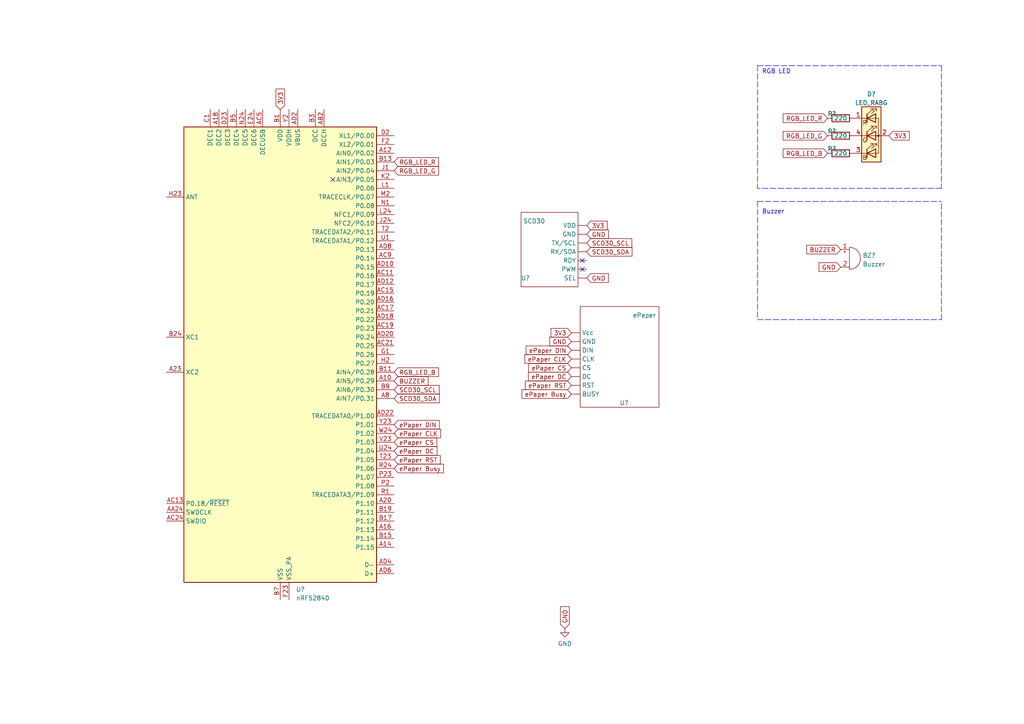
<source format=kicad_sch>
(kicad_sch (version 20211123) (generator eeschema)
  (paper "A4")
  (title_block (title "nrf52840 CO2 Sensor") (rev "v1"))
  (lib_symbols
    (symbol "Device:Buzzer" (pin_names (offset 0.0254) hide)
      (property "Reference" "BZ" (at 3.81 1.27 0))
      (property "Value" "Buzzer" (at 3.81 -1.27 0))
      (symbol "Buzzer_0_1"
        (arc (start 0 -3.175) (mid 3.175 0) (end 0 3.175))
        (polyline (pts (xy -1.651 1.905) (xy -1.143 1.905)))
        (polyline (pts (xy -1.397 2.159) (xy -1.397 1.651)))
        (polyline (pts (xy 0 3.175) (xy 0 -3.175)))
      )
      (symbol "Buzzer_1_1"
        (pin passive line (at -2.54 2.54 0) (length 2.54) (name "-") (number "1"))
        (pin passive line (at -2.54 -2.54 0) (length 2.54) (name "+") (number "2"))
      )
    )
    (symbol "Device:LED_RABG" (pin_names (offset 0) hide)
      (property "Reference" "D" (at 0 9.398 0))
      (property "Value" "LED_RABG" (at 0 -8.89 0))
      (symbol "LED_RABG_0_0"
        (text "B" (at -1.905 -6.35 0) (effects (font (size 1.27 1.27))))
        (text "G" (at -1.905 -1.27 0) (effects (font (size 1.27 1.27))))
        (text "R" (at -1.905 3.81 0) (effects (font (size 1.27 1.27))))
      )
      (symbol "LED_RABG_0_1"
        (polyline (pts (xy -1.27 -5.08) (xy -2.54 -5.08)))
        (polyline (pts (xy -1.27 -5.08) (xy 1.27 -5.08)))
        (polyline (pts (xy -1.27 -3.81) (xy -1.27 -6.35)) (stroke (width 0.254)))
        (polyline (pts (xy -1.27 0) (xy -2.54 0)))
        (polyline (pts (xy -1.27 1.27) (xy -1.27 -1.27)) (stroke (width 0.254)))
        (polyline (pts (xy -1.27 5.08) (xy -2.54 5.08)))
        (polyline (pts (xy -1.27 5.08) (xy 1.27 5.08)))
        (polyline (pts (xy -1.27 6.35) (xy -1.27 3.81)) (stroke (width 0.254)))
        (polyline (pts (xy 1.27 0) (xy -1.27 0)))
        (polyline (pts (xy 1.27 0) (xy 2.54 0)))
        (polyline (pts (xy -1.27 1.27) (xy -1.27 -1.27) (xy -1.27 -1.27)))
        (polyline (pts (xy -1.27 6.35) (xy -1.27 3.81) (xy -1.27 3.81)))
        (polyline (pts (xy 1.27 -5.08) (xy 2.032 -5.08) (xy 2.032 5.08) (xy 1.27 5.08)))
        (polyline (pts (xy 1.27 -3.81) (xy 1.27 -6.35) (xy -1.27 -5.08) (xy 1.27 -3.81)) (stroke (width 0.254)))
        (polyline (pts (xy 1.27 1.27) (xy 1.27 -1.27) (xy -1.27 0) (xy 1.27 1.27)) (stroke (width 0.254)))
        (polyline (pts (xy 1.27 6.35) (xy 1.27 3.81) (xy -1.27 5.08) (xy 1.27 6.35)) (stroke (width 0.254)))
        (polyline (pts (xy -1.016 -3.81) (xy 0.508 -2.286) (xy -0.254 -2.286) (xy 0.508 -2.286) (xy 0.508 -3.048)))
        (polyline (pts (xy -1.016 1.27) (xy 0.508 2.794) (xy -0.254 2.794) (xy 0.508 2.794) (xy 0.508 2.032)))
        (polyline (pts (xy -1.016 6.35) (xy 0.508 7.874) (xy -0.254 7.874) (xy 0.508 7.874) (xy 0.508 7.112)))
        (polyline (pts (xy 0 -3.81) (xy 1.524 -2.286) (xy 0.762 -2.286) (xy 1.524 -2.286) (xy 1.524 -3.048)))
        (polyline (pts (xy 0 1.27) (xy 1.524 2.794) (xy 0.762 2.794) (xy 1.524 2.794) (xy 1.524 2.032)))
        (polyline (pts (xy 0 6.35) (xy 1.524 7.874) (xy 0.762 7.874) (xy 1.524 7.874) (xy 1.524 7.112)))
        (rectangle (start 1.27 -1.27) (end 1.27 1.27))
        (rectangle (start 1.27 1.27) (end 1.27 1.27))
        (rectangle (start 1.27 3.81) (end 1.27 6.35))
        (rectangle (start 1.27 6.35) (end 1.27 6.35))
        (circle (center 2.032 0) (radius 0.254) (fill (type outline)))
        (rectangle (start 2.794 8.382) (end -2.794 -7.62) (stroke (width 0.254)) (fill (type background)))
      )
      (symbol "LED_RABG_1_1"
        (pin passive line (at -5.08 5.08 0) (length 2.54) (name "RK") (number "1"))
        (pin passive line (at 5.08 0 180) (length 2.54) (name "A") (number "2"))
        (pin passive line (at -5.08 -5.08 0) (length 2.54) (name "BK") (number "3"))
        (pin passive line (at -5.08 0 0) (length 2.54) (name "GK") (number "4"))
      )
    )
    (symbol "Device:R" (pin_numbers hide) (pin_names (offset 0))
      (property "Reference" "R" (at 2.032 0 90))
      (property "Value" "R" (at 0 0 90))
      (symbol "R_0_1"
        (rectangle (start -1.016 -2.54) (end 1.016 2.54) (stroke (width 0.254)))
      )
      (symbol "R_1_1"
        (pin passive line (at 0 3.81 270) (length 1.27) (name "~") (number "1"))
        (pin passive line (at 0 -3.81 90) (length 1.27) (name "~") (number "2"))
      )
    )
    (symbol "MCU_Nordic:nRF52840"
      (property "Reference" "U" (at 0 5.08 0))
      (property "Value" "nRF52840" (at 0 2.54 0))
      (symbol "nRF52840_0_1"
        (rectangle (start -27.94 66.04) (end 27.94 -66.04) (stroke (width 0.254)) (fill (type background)))
      )
      (symbol "nRF52840_1_1"
        (pin bidirectional line (at 33.02 -7.62 180) (length 5.08) (name "AIN5/P0.29") (number "A10"))
        (pin bidirectional line (at 33.02 58.42 180) (length 5.08) (name "AIN0/P0.02") (number "A12"))
        (pin bidirectional line (at 33.02 -55.88 180) (length 5.08) (name "P1.15") (number "A14"))
        (pin bidirectional line (at 33.02 -50.8 180) (length 5.08) (name "P1.13") (number "A16"))
        (pin passive line (at -17.78 71.12 270) (length 5.08) (name "DEC2") (number "A18"))
        (pin bidirectional line (at 33.02 -43.18 180) (length 5.08) (name "P1.10") (number "A20"))
        (pin passive line (at 0 71.12 270) (length 5.08) hide (name "VDD") (number "A22"))
        (pin input line (at -33.02 -5.08 0) (length 5.08) (name "XC2") (number "A23"))
        (pin bidirectional line (at 33.02 -12.7 180) (length 5.08) (name "AIN7/P0.31") (number "A8"))
        (pin input line (at -33.02 -45.72 0) (length 5.08) (name "SWDCLK") (number "AA24"))
        (pin power_out line (at 12.7 71.12 270) (length 5.08) (name "DCCH") (number "AB2"))
        (pin bidirectional line (at 33.02 22.86 180) (length 5.08) (name "P0.16") (number "AC11"))
        (pin bidirectional line (at -33.02 -43.18 0) (length 5.08) (name "P0.18/~{RESET}") (number "AC13"))
        (pin bidirectional line (at 33.02 17.78 180) (length 5.08) (name "P0.19") (number "AC15"))
        (pin bidirectional line (at 33.02 12.7 180) (length 5.08) (name "P0.21") (number "AC17"))
        (pin bidirectional line (at 33.02 7.62 180) (length 5.08) (name "P0.23") (number "AC19"))
        (pin bidirectional line (at 33.02 2.54 180) (length 5.08) (name "P0.25") (number "AC21"))
        (pin bidirectional line (at -33.02 -48.26 0) (length 5.08) (name "SWDIO") (number "AC24"))
        (pin passive line (at -5.08 71.12 270) (length 5.08) (name "DECUSB") (number "AC5"))
        (pin bidirectional line (at 33.02 27.94 180) (length 5.08) (name "P0.14") (number "AC9"))
        (pin bidirectional line (at 33.02 25.4 180) (length 5.08) (name "P0.15") (number "AD10"))
        (pin bidirectional line (at 33.02 20.32 180) (length 5.08) (name "P0.17") (number "AD12"))
        (pin passive line (at 0 71.12 270) (length 5.08) hide (name "VDD") (number "AD14"))
        (pin bidirectional line (at 33.02 15.24 180) (length 5.08) (name "P0.20") (number "AD16"))
        (pin bidirectional line (at 33.02 10.16 180) (length 5.08) (name "P0.22") (number "AD18"))
        (pin power_in line (at 5.08 71.12 270) (length 5.08) (name "VBUS") (number "AD2"))
        (pin bidirectional line (at 33.02 5.08 180) (length 5.08) (name "P0.24") (number "AD20"))
        (pin bidirectional line (at 33.02 -17.78 180) (length 5.08) (name "TRACEDATA0/P1.00") (number "AD22"))
        (pin passive line (at 0 71.12 270) (length 5.08) hide (name "VDD") (number "AD23"))
        (pin bidirectional line (at 33.02 -60.96 180) (length 5.08) (name "D-") (number "AD4"))
        (pin bidirectional line (at 33.02 -63.5 180) (length 5.08) (name "D+") (number "AD6"))
        (pin bidirectional line (at 33.02 30.48 180) (length 5.08) (name "P0.13") (number "AD8"))
        (pin power_in line (at 0 71.12 270) (length 5.08) (name "VDD") (number "B1"))
        (pin bidirectional line (at 33.02 -5.08 180) (length 5.08) (name "AIN4/P0.28") (number "B11"))
        (pin bidirectional line (at 33.02 55.88 180) (length 5.08) (name "AIN1/P0.03") (number "B13"))
        (pin bidirectional line (at 33.02 -53.34 180) (length 5.08) (name "P1.14") (number "B15"))
        (pin bidirectional line (at 33.02 -48.26 180) (length 5.08) (name "P1.12") (number "B17"))
        (pin bidirectional line (at 33.02 -45.72 180) (length 5.08) (name "P1.11") (number "B19"))
        (pin input line (at -33.02 5.08 0) (length 5.08) (name "XC1") (number "B24"))
        (pin power_out line (at 10.16 71.12 270) (length 5.08) (name "DCC") (number "B3"))
        (pin passive line (at -12.7 71.12 270) (length 5.08) (name "DEC4") (number "B5"))
        (pin power_in line (at 0 -71.12 90) (length 5.08) (name "VSS") (number "B7"))
        (pin bidirectional line (at 33.02 -10.16 180) (length 5.08) (name "AIN6/P0.30") (number "B9"))
        (pin passive line (at -20.32 71.12 270) (length 5.08) (name "DEC1") (number "C1"))
        (pin bidirectional line (at 33.02 63.5 180) (length 5.08) (name "XL1/P0.00") (number "D2"))
        (pin passive line (at -15.24 71.12 270) (length 5.08) (name "DEC3") (number "D23"))
        (pin passive line (at -7.62 71.12 270) (length 5.08) (name "DEC6") (number "E24"))
        (pin passive line (at 0 -71.12 90) (length 5.08) hide (name "VSS") (number "EP"))
        (pin bidirectional line (at 33.02 60.96 180) (length 5.08) (name "XL2/P0.01") (number "F2"))
        (pin power_in line (at 2.54 -71.12 90) (length 5.08) (name "VSS_PA") (number "F23"))
        (pin bidirectional line (at 33.02 0 180) (length 5.08) (name "P0.26") (number "G1"))
        (pin bidirectional line (at 33.02 -2.54 180) (length 5.08) (name "P0.27") (number "H2"))
        (pin passive line (at -33.02 45.72 0) (length 5.08) (name "ANT") (number "H23"))
        (pin bidirectional line (at 33.02 53.34 180) (length 5.08) (name "AIN2/P0.04") (number "J1"))
        (pin bidirectional line (at 33.02 38.1 180) (length 5.08) (name "NFC2/P0.10") (number "J24"))
        (pin bidirectional line (at 33.02 50.8 180) (length 5.08) (name "AIN3/P0.05") (number "K2"))
        (pin bidirectional line (at 33.02 48.26 180) (length 5.08) (name "P0.06") (number "L1"))
        (pin bidirectional line (at 33.02 40.64 180) (length 5.08) (name "NFC1/P0.09") (number "L24"))
        (pin bidirectional line (at 33.02 45.72 180) (length 5.08) (name "TRACECLK/P0.07") (number "M2"))
        (pin bidirectional line (at 33.02 43.18 180) (length 5.08) (name "P0.08") (number "N1"))
        (pin passive line (at -10.16 71.12 270) (length 5.08) (name "DEC5") (number "N24"))
        (pin bidirectional line (at 33.02 -38.1 180) (length 5.08) (name "P1.08") (number "P2"))
        (pin bidirectional line (at 33.02 -35.56 180) (length 5.08) (name "P1.07") (number "P23"))
        (pin bidirectional line (at 33.02 -40.64 180) (length 5.08) (name "TRACEDATA3/P1.09") (number "R1"))
        (pin bidirectional line (at 33.02 -33.02 180) (length 5.08) (name "P1.06") (number "R24"))
        (pin bidirectional line (at 33.02 35.56 180) (length 5.08) (name "TRACEDATA2/P0.11") (number "T2"))
        (pin bidirectional line (at 33.02 -30.48 180) (length 5.08) (name "P1.05") (number "T23"))
        (pin bidirectional line (at 33.02 33.02 180) (length 5.08) (name "TRACEDATA1/P0.12") (number "U1"))
        (pin bidirectional line (at 33.02 -27.94 180) (length 5.08) (name "P1.04") (number "U24"))
        (pin bidirectional line (at 33.02 -25.4 180) (length 5.08) (name "P1.03") (number "V23"))
        (pin passive line (at 0 71.12 270) (length 5.08) hide (name "VDD") (number "W1"))
        (pin bidirectional line (at 33.02 -22.86 180) (length 5.08) (name "P1.02") (number "W24"))
        (pin power_in line (at 2.54 71.12 270) (length 5.08) (name "VDDH") (number "Y2"))
        (pin bidirectional line (at 33.02 -20.32 180) (length 5.08) (name "P1.01") (number "Y23"))
      )
    )
    (symbol "SCD30:SCD30"
      (property "Reference" "U?" (at -0.635 13.809 0))
      (property "Value" "SCD30" (at -0.635 11.2721 0))
      (symbol "SCD30_0_1"
        (rectangle (start -8.89 10.16) (end 7.62 -11.43) (stroke (width 0.1524)))
      )
      (symbol "SCD30_1_1"
        (pin power_in line (at 10.16 3.81 180) (length 2.54) (name "GND") (number ""))
        (pin output line (at 10.16 -6.35 180) (length 2.54) (name "PWM") (number ""))
        (pin output line (at 10.16 -3.81 180) (length 2.54) (name "RDY") (number ""))
        (pin bidirectional line (at 10.16 -1.27 180) (length 2.54) (name "RX/SDA") (number ""))
        (pin input line (at 10.16 -8.89 180) (length 2.54) (name "SEL") (number ""))
        (pin input line (at 10.16 1.27 180) (length 2.54) (name "TX/SCL") (number ""))
        (pin power_in line (at 10.16 6.35 180) (length 2.54) (name "VDD") (number ""))
      )
    )
    (symbol "power:GND" (power) (pin_names (offset 0))
      (property "Value" "GND" (at 0 -3.81 0))
      (symbol "GND_0_1"
        (polyline (pts (xy 0 0) (xy 0 -1.27) (xy 1.27 -1.27) (xy 0 -2.54) (xy -1.27 -1.27) (xy 0 -1.27)))
      )
      (symbol "GND_1_1"
        (pin power_in line (at 0 0 270) (length 0) hide (name "GND") (number "1"))
      )
    )
    (symbol "waveshare:ePaper"
      (property "Reference" "U" (at -2.54 11.43 0))
      (property "Value" "ePaper" (at -2.54 13.97 0))
      (symbol "ePaper_0_1"
        (rectangle (start -12.7 16.51) (end 10.16 -12.7) (stroke (width 0.1524)))
      )
      (symbol "ePaper_1_1"
        (pin input line (at -15.24 -8.89 0) (length 2.54) (name "BUSY") (number ""))
        (pin input line (at -15.24 1.27 0) (length 2.54) (name "CLK") (number ""))
        (pin input line (at -15.24 -1.27 0) (length 2.54) (name "CS") (number ""))
        (pin input line (at -15.24 -3.81 0) (length 2.54) (name "DC") (number ""))
        (pin input line (at -15.24 3.81 0) (length 2.54) (name "DIN") (number ""))
        (pin input line (at -15.24 6.35 0) (length 2.54) (name "GND") (number ""))
        (pin input line (at -15.24 -6.35 0) (length 2.54) (name "RST") (number ""))
        (pin input line (at -15.24 8.89 0) (length 2.54) (name "Vcc") (number ""))
      )
    )
  )
  (no_connect (at 168.91 75.565))
  (no_connect (at 168.91 78.105))
  (no_connect (at 96.52 52.07))
  (polyline (pts (xy 219.71 19.05) (xy 273.05 19.05)))
  (polyline (pts (xy 219.71 19.05) (xy 219.71 54.61)))
  (polyline (pts (xy 273.05 19.05) (xy 273.05 54.61)))
  (polyline (pts (xy 219.71 92.71) (xy 273.05 92.71)))
  (polyline (pts (xy 219.71 58.42) (xy 219.71 92.71)))
  (polyline (pts (xy 219.71 58.42) (xy 273.05 58.42)))
  (polyline (pts (xy 273.05 54.61) (xy 219.71 54.61)))
  (polyline (pts (xy 273.05 92.71) (xy 273.05 58.42)))
  (text "RGB LED" (at 220.98 21.59 0) (effects (font (size 1.27 1.27)) (justify left bottom)))
  (text "Buzzer" (at 220.98 62.23 0) (effects (font (size 1.27 1.27)) (justify left bottom)))
  (global_label "GND" (shape input) (at 163.83 182.245 90) (property "Intersheet References" "${INTERSHEET_REFS}" (effects hide)))
  (global_label "ePaper DIN" (shape input) (at 165.735 101.6 180) (property "Intersheet References" "${INTERSHEET_REFS}" (effects hide)))
  (global_label "ePaper CS" (shape input) (at 165.735 106.68 180) (property "Intersheet References" "${INTERSHEET_REFS}" (effects hide)))
  (global_label "3V3" (shape input) (at 81.28 31.75 90) (property "Intersheet References" "${INTERSHEET_REFS}" (effects hide)))
  (global_label "RGB_LED_B" (shape input) (at 114.3 107.95 0) (property "Intersheet References" "${INTERSHEET_REFS}" (effects hide)))
  (global_label "ePaper CLK" (shape input) (at 114.3 125.73 0) (property "Intersheet References" "${INTERSHEET_REFS}" (effects hide)))
  (global_label "ePaper RST" (shape input) (at 114.3 133.35 0) (property "Intersheet References" "${INTERSHEET_REFS}" (effects hide)))
  (global_label "RGB_LED_G" (shape input) (at 114.3 49.53 0) (property "Intersheet References" "${INTERSHEET_REFS}" (effects hide)))
  (global_label "ePaper CLK" (shape input) (at 165.735 104.14 180) (property "Intersheet References" "${INTERSHEET_REFS}" (effects hide)))
  (global_label "GND" (shape input) (at 165.735 99.06 180) (property "Intersheet References" "${INTERSHEET_REFS}" (effects hide)))
  (global_label "SCD30_SCL" (shape input) (at 170.18 70.485 0) (property "Intersheet References" "${INTERSHEET_REFS}" (effects hide)))
  (global_label "ePaper RST" (shape input) (at 165.735 111.76 180) (property "Intersheet References" "${INTERSHEET_REFS}" (effects hide)))
  (global_label "ePaper CS" (shape input) (at 114.3 128.27 0) (property "Intersheet References" "${INTERSHEET_REFS}" (effects hide)))
  (global_label "RGB_LED_R" (shape input) (at 114.3 46.99 0) (property "Intersheet References" "${INTERSHEET_REFS}" (effects hide)))
  (global_label "GND" (shape input) (at 243.84 77.47 180) (property "Intersheet References" "${INTERSHEET_REFS}" (effects hide)))
  (global_label "3V3" (shape input) (at 165.735 96.52 180) (property "Intersheet References" "${INTERSHEET_REFS}" (effects hide)))
  (global_label "SCD30_SDA" (shape input) (at 114.3 115.57 0) (property "Intersheet References" "${INTERSHEET_REFS}" (effects hide)))
  (global_label "GND" (shape input) (at 170.18 67.945 0) (property "Intersheet References" "${INTERSHEET_REFS}" (effects hide)))
  (global_label "SCD30_SCL" (shape input) (at 114.3 113.03 0) (property "Intersheet References" "${INTERSHEET_REFS}" (effects hide)))
  (global_label "RGB_LED_G" (shape input) (at 240.03 39.37 180) (property "Intersheet References" "${INTERSHEET_REFS}" (effects hide)))
  (global_label "SCD30_SDA" (shape input) (at 170.18 73.025 0) (property "Intersheet References" "${INTERSHEET_REFS}" (effects hide)))
  (global_label "ePaper DIN" (shape input) (at 114.3 123.19 0) (property "Intersheet References" "${INTERSHEET_REFS}" (effects hide)))
  (global_label "3V3" (shape input) (at 257.81 39.37 0) (property "Intersheet References" "${INTERSHEET_REFS}" (effects hide)))
  (global_label "ePaper DC" (shape input) (at 165.735 109.22 180) (property "Intersheet References" "${INTERSHEET_REFS}" (effects hide)))
  (global_label "ePaper DC" (shape input) (at 114.3 130.81 0) (property "Intersheet References" "${INTERSHEET_REFS}" (effects hide)))
  (global_label "BUZZER" (shape input) (at 243.84 72.39 180) (property "Intersheet References" "${INTERSHEET_REFS}" (effects hide)))
  (global_label "ePaper Busy" (shape input) (at 114.3 135.89 0) (property "Intersheet References" "${INTERSHEET_REFS}" (effects hide)))
  (global_label "3V3" (shape input) (at 170.18 65.405 0) (property "Intersheet References" "${INTERSHEET_REFS}" (effects hide)))
  (global_label "RGB_LED_R" (shape input) (at 240.03 34.29 180) (property "Intersheet References" "${INTERSHEET_REFS}" (effects hide)))
  (global_label "BUZZER" (shape input) (at 114.3 110.49 0) (property "Intersheet References" "${INTERSHEET_REFS}" (effects hide)))
  (global_label "ePaper Busy" (shape input) (at 165.735 114.3 180) (property "Intersheet References" "${INTERSHEET_REFS}" (effects hide)))
  (global_label "GND" (shape input) (at 170.18 80.645 0) (property "Intersheet References" "${INTERSHEET_REFS}" (effects hide)))
  (global_label "RGB_LED_B" (shape input) (at 240.03 44.45 180) (property "Intersheet References" "${INTERSHEET_REFS}" (effects hide)))
  (symbol (lib_id "power:GND") (at 163.83 182.245 0) (unit 1)
    (property "Reference" "#PWR?" (effects hide))
    (property "Value" "GND" (at 163.83 186.6884 0))
  )
  (symbol (lib_id "SCD30:SCD30") (at 160.02 71.755 0) (unit 1)
    (property "Reference" "U?" (at 152.4 80.645 0))
    (property "Value" "SCD30" (at 154.94 64.135 0))
  )
  (symbol (lib_id "Device:R") (at 243.84 44.45 90) (unit 1)
    (property "Reference" "R?" (at 241.3 43.18 90))
    (property "Value" "220" (at 243.84 44.45 90))
  )
  (symbol (lib_id "MCU_Nordic:nRF52840") (at 81.28 102.87 0) (unit 1)
    (property "Reference" "U?" (at 85.8394 170.9404 0) (effects (justify left)))
    (property "Value" "nRF52840" (at 85.8394 173.4773 0) (effects (justify left)))
    (property "Footprint" "Package_DFN_QFN:Nordic_AQFN-73-1EP_7x7mm_P0.5mm" (effects hide))
    (property "Datasheet" "http://infocenter.nordicsemi.com/topic/com.nordic.infocenter.nrf52/dita/nrf52/chips/nrf52840.html" (effects hide))
  )
  (symbol (lib_id "Device:R") (at 243.84 34.29 90) (unit 1)
    (property "Reference" "R?" (at 241.3 33.02 90))
    (property "Value" "220" (at 243.84 34.29 90))
  )
  (symbol (lib_id "waveshare:ePaper") (at 180.975 105.41 0) (unit 1)
    (property "Reference" "U?" (at 179.705 116.84 0) (effects (justify left)))
    (property "Value" "ePaper" (at 183.515 91.44 0) (effects (justify left)))
  )
  (symbol (lib_id "Device:R") (at 243.84 39.37 90) (unit 1)
    (property "Reference" "R?" (at 241.3 38.1 90))
    (property "Value" "220" (at 243.84 39.37 90))
  )
  (symbol (lib_id "Device:LED_RABG") (at 252.73 39.37 0) (unit 1)
    (property "Reference" "D?" (at 252.73 27.2882 0))
    (property "Value" "LED_RABG" (at 252.73 29.8251 0))
  )
  (symbol (lib_id "Device:Buzzer") (at 246.38 74.93 0) (unit 1)
    (property "Reference" "BZ?" (at 250.19 74.0953 0) (effects (justify left)))
    (property "Value" "Buzzer" (at 250.19 76.6322 0) (effects (justify left)))
  )
)
</source>
